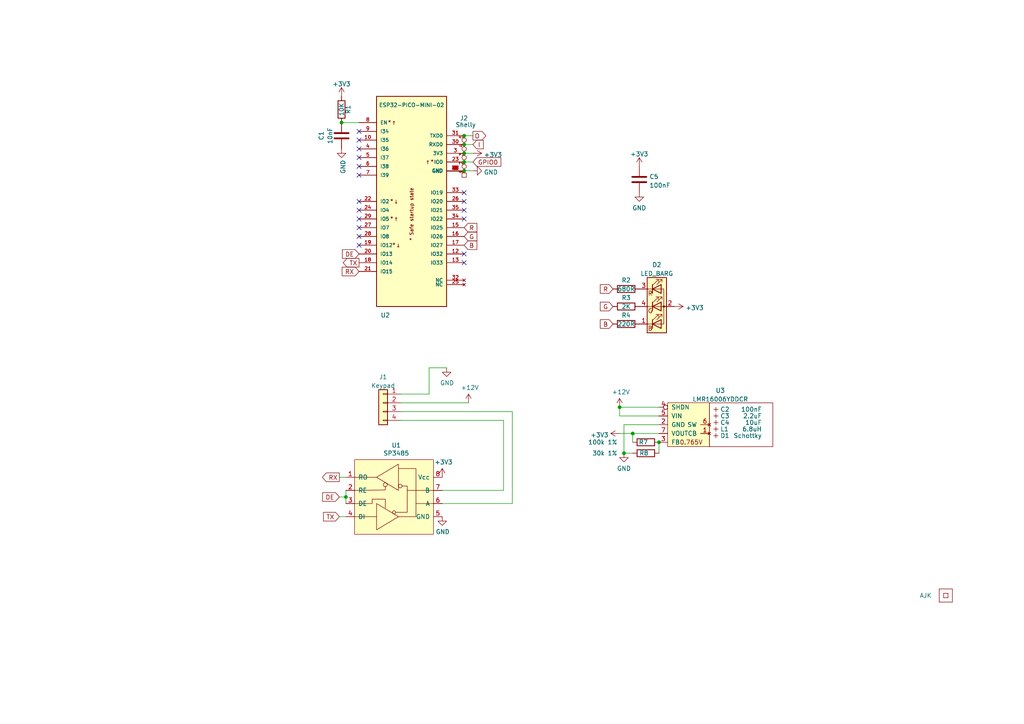
<source format=kicad_sch>
(kicad_sch (version 20230121) (generator eeschema)
  (paper "A4")
  (title_block (title "Galaxy Keypad controller") (date "${DATE}") (rev "5") (company "Adrian Kennard Andrews & Arnold Ltd") (comment 1 "@TheRealRevK") (comment 2 "www.me.uk"))
  (lib_symbols
    (symbol "Connector_Generic:Conn_01x04" (pin_names (offset 1.016) hide)
      (property "Reference" "J1" (at 0 7.5098 0))
      (property "Value" "Keypad" (at 0 4.9729 0))
      (symbol "Conn_01x04_1_1"
        (rectangle (start -1.27 -4.953) (end 0 -5.207) (stroke (width 0.1524)))
        (rectangle (start -1.27 -2.413) (end 0 -2.667) (stroke (width 0.1524)))
        (rectangle (start -1.27 0.127) (end 0 -0.127) (stroke (width 0.1524)))
        (rectangle (start -1.27 2.667) (end 0 2.413) (stroke (width 0.1524)))
        (rectangle (start -1.27 3.81) (end 1.27 -6.35) (stroke (width 0.254)) (fill (type background)))
        (pin power_out line (at -5.08 2.54 0) (length 3.81) (name "Pin_1") (number "1"))
        (pin power_out line (at -5.08 0 0) (length 3.81) (name "Pin_2") (number "2"))
        (pin passive line (at -5.08 -2.54 0) (length 3.81) (name "Pin_3") (number "3"))
        (pin passive line (at -5.08 -5.08 0) (length 3.81) (name "Pin_4") (number "4"))
      )
    )
    (symbol "Device:C" (pin_numbers hide) (pin_names (offset 0.254))
      (property "Reference" "C" (at 0.635 2.54 0))
      (property "Value" "C" (at 0.635 -2.54 0))
      (symbol "C_0_1"
        (polyline (pts (xy -2.032 -0.762) (xy 2.032 -0.762)) (stroke (width 0.508)))
        (polyline (pts (xy -2.032 0.762) (xy 2.032 0.762)) (stroke (width 0.508)))
      )
      (symbol "C_1_1"
        (pin passive line (at 0 3.81 270) (length 2.794) (name "~") (number "1"))
        (pin passive line (at 0 -3.81 90) (length 2.794) (name "~") (number "2"))
      )
    )
    (symbol "Device:LED_BARG" (pin_names (offset 0) hide)
      (property "Reference" "D" (at 0 9.398 0))
      (property "Value" "LED_BARG" (at 0 -8.89 0))
      (symbol "LED_BARG_0_0"
        (text "B" (at -1.905 -6.35 0) (effects (font (size 1.27 1.27))))
        (text "G" (at -1.905 -1.27 0) (effects (font (size 1.27 1.27))))
        (text "R" (at -1.905 3.81 0) (effects (font (size 1.27 1.27))))
      )
      (symbol "LED_BARG_0_1"
        (polyline (pts (xy -1.27 -5.08) (xy -2.54 -5.08)))
        (polyline (pts (xy -1.27 -5.08) (xy 1.27 -5.08)))
        (polyline (pts (xy -1.27 -3.81) (xy -1.27 -6.35)) (stroke (width 0.254)))
        (polyline (pts (xy -1.27 0) (xy -2.54 0)))
        (polyline (pts (xy -1.27 1.27) (xy -1.27 -1.27)) (stroke (width 0.254)))
        (polyline (pts (xy -1.27 5.08) (xy -2.54 5.08)))
        (polyline (pts (xy -1.27 5.08) (xy 1.27 5.08)))
        (polyline (pts (xy -1.27 6.35) (xy -1.27 3.81)) (stroke (width 0.254)))
        (polyline (pts (xy 1.27 0) (xy -1.27 0)))
        (polyline (pts (xy 1.27 0) (xy 2.54 0)))
        (polyline (pts (xy -1.27 1.27) (xy -1.27 -1.27) (xy -1.27 -1.27)))
        (polyline (pts (xy -1.27 6.35) (xy -1.27 3.81) (xy -1.27 3.81)))
        (polyline (pts (xy 1.27 -5.08) (xy 2.032 -5.08) (xy 2.032 5.08) (xy 1.27 5.08)))
        (polyline (pts (xy 1.27 -3.81) (xy 1.27 -6.35) (xy -1.27 -5.08) (xy 1.27 -3.81)) (stroke (width 0.254)))
        (polyline (pts (xy 1.27 1.27) (xy 1.27 -1.27) (xy -1.27 0) (xy 1.27 1.27)) (stroke (width 0.254)))
        (polyline (pts (xy 1.27 6.35) (xy 1.27 3.81) (xy -1.27 5.08) (xy 1.27 6.35)) (stroke (width 0.254)))
        (polyline (pts (xy -1.016 -3.81) (xy 0.508 -2.286) (xy -0.254 -2.286) (xy 0.508 -2.286) (xy 0.508 -3.048)))
        (polyline (pts (xy -1.016 1.27) (xy 0.508 2.794) (xy -0.254 2.794) (xy 0.508 2.794) (xy 0.508 2.032)))
        (polyline (pts (xy -1.016 6.35) (xy 0.508 7.874) (xy -0.254 7.874) (xy 0.508 7.874) (xy 0.508 7.112)))
        (polyline (pts (xy 0 -3.81) (xy 1.524 -2.286) (xy 0.762 -2.286) (xy 1.524 -2.286) (xy 1.524 -3.048)))
        (polyline (pts (xy 0 1.27) (xy 1.524 2.794) (xy 0.762 2.794) (xy 1.524 2.794) (xy 1.524 2.032)))
        (polyline (pts (xy 0 6.35) (xy 1.524 7.874) (xy 0.762 7.874) (xy 1.524 7.874) (xy 1.524 7.112)))
        (rectangle (start 1.27 -1.27) (end 1.27 1.27))
        (rectangle (start 1.27 1.27) (end 1.27 1.27))
        (rectangle (start 1.27 3.81) (end 1.27 6.35))
        (rectangle (start 1.27 6.35) (end 1.27 6.35))
        (circle (center 2.032 0) (radius 0.254) (fill (type outline)))
        (rectangle (start 2.794 8.382) (end -2.794 -7.62) (stroke (width 0.254)) (fill (type background)))
      )
      (symbol "LED_BARG_1_1"
        (pin passive line (at -5.08 -5.08 0) (length 2.54) (name "BK") (number "1"))
        (pin passive line (at 5.08 0 180) (length 2.54) (name "A") (number "2"))
        (pin passive line (at -5.08 5.08 0) (length 2.54) (name "RK") (number "3"))
        (pin passive line (at -5.08 0 0) (length 2.54) (name "GK") (number "4"))
      )
    )
    (symbol "Device:R" (pin_numbers hide) (pin_names (offset 0))
      (property "Reference" "R" (at 2.032 0 90))
      (property "Value" "R" (at 0 0 90))
      (symbol "R_0_1"
        (rectangle (start -1.016 -2.54) (end 1.016 2.54) (stroke (width 0.254)))
      )
      (symbol "R_1_1"
        (pin passive line (at 0 3.81 270) (length 1.27) (name "~") (number "1"))
        (pin passive line (at 0 -3.81 90) (length 1.27) (name "~") (number "2"))
      )
    )
    (symbol "GND_5" (power) (pin_names (offset 0))
      (property "Value" "GND_5" (at 0 -3.81 0))
      (symbol "GND_5_0_1"
        (polyline (pts (xy 0 0) (xy 0 -1.27) (xy 1.27 -1.27) (xy 0 -2.54) (xy -1.27 -1.27) (xy 0 -1.27)))
      )
      (symbol "GND_5_1_1"
        (pin power_in line (at 0 0 270) (length 0) hide (name "GND") (number "1"))
      )
    )
    (symbol "RevK:AJK" (pin_names (offset 1.016)) (in_bom no)
      (property "Value" "AJK" (at 0 0 0))
    )
    (symbol "RevK:ESP32-PICO-MINI-02" (pin_names (offset 1.016))
      (property "Reference" "U" (at -10.16 -33.02 0))
      (property "Value" "ESP32-PICO-MINI-02" (at 0 27.94 0))
      (symbol "ESP32-PICO-MINI-02_0_0"
        (rectangle (start -10.16 -30.48) (end 10.16 30.48) (stroke (width 0.254)) (fill (type background)))
        (text "* Safe startup state" (at 0 -11.43 900) (effects (font (size 1 1)) (justify left)))
        (text "*↑" (at -6.985 22.86 0) (effects (font (size 1.27 1.27)) (justify left)))
        (text "*↑" (at -6.35 -5.08 0) (effects (font (size 1.27 1.27)) (justify left)))
        (text "*↓" (at -6.35 0 0) (effects (font (size 1.27 1.27)) (justify left)))
        (text "*↓" (at -5.715 -12.7 0) (effects (font (size 1.27 1.27)) (justify left)))
        (text "↑*" (at 3.81 11.43 0) (effects (font (size 1.27 1.27)) (justify left)))
        (pin power_in line (at 15.24 8.89 180) (length 5.08) (name "GND") (number "1"))
        (pin input line (at -15.24 17.78 0) (length 5.08) (name "I35") (number "10"))
        (pin power_in line (at 15.24 8.89 180) (length 5.08) (name "GND") (number "11"))
        (pin bidirectional line (at 15.24 -15.24 180) (length 5.08) (name "IO32") (number "12"))
        (pin bidirectional line (at 15.24 -17.78 180) (length 5.08) (name "IO33") (number "13"))
        (pin power_in line (at 15.24 8.89 180) (length 5.08) (name "GND") (number "14"))
        (pin bidirectional line (at 15.24 -7.62 180) (length 5.08) (name "IO25") (number "15"))
        (pin bidirectional line (at 15.24 -10.16 180) (length 5.08) (name "IO26") (number "16"))
        (pin bidirectional line (at 15.24 -12.7 180) (length 5.08) (name "IO27") (number "17"))
        (pin bidirectional line (at -15.24 -17.78 0) (length 5.08) (name "IO14") (number "18"))
        (pin bidirectional line (at -15.24 -12.7 0) (length 5.08) (name "IO12") (number "19"))
        (pin power_in line (at 15.24 8.89 180) (length 5.08) (name "GND") (number "2"))
        (pin bidirectional line (at -15.24 -15.24 0) (length 5.08) (name "IO13") (number "20"))
        (pin bidirectional line (at -15.24 -20.32 0) (length 5.08) (name "IO15") (number "21"))
        (pin bidirectional line (at -15.24 0 0) (length 5.08) (name "IO2") (number "22"))
        (pin bidirectional line (at 15.24 11.43 180) (length 5.08) (name "IO0") (number "23"))
        (pin bidirectional line (at -15.24 -2.54 0) (length 5.08) (name "IO4") (number "24"))
        (pin no_connect line (at 15.24 -24.13 180) (length 5.08) (name "NC") (number "25"))
        (pin bidirectional line (at 15.24 0 180) (length 5.08) (name "IO20") (number "26"))
        (pin bidirectional line (at -15.24 -7.62 0) (length 5.08) (name "IO7") (number "27"))
        (pin bidirectional line (at -15.24 -10.16 0) (length 5.08) (name "IO8") (number "28"))
        (pin bidirectional line (at -15.24 -5.08 0) (length 5.08) (name "IO5") (number "29"))
        (pin power_in line (at 15.24 13.97 180) (length 5.08) (name "3V3") (number "3"))
        (pin bidirectional line (at 15.24 16.51 180) (length 5.08) (name "RXD0") (number "30"))
        (pin bidirectional line (at 15.24 19.05 180) (length 5.08) (name "TXD0") (number "31"))
        (pin no_connect line (at 15.24 -22.86 180) (length 5.08) (name "NC") (number "32"))
        (pin bidirectional line (at 15.24 2.54 180) (length 5.08) (name "IO19") (number "33"))
        (pin bidirectional line (at 15.24 -5.08 180) (length 5.08) (name "IO22") (number "34"))
        (pin bidirectional line (at 15.24 -2.54 180) (length 5.08) (name "IO21") (number "35"))
        (pin power_in line (at 15.24 8.89 180) (length 5.08) (name "GND") (number "36"))
        (pin power_in line (at 15.24 8.89 180) (length 5.08) (name "GND") (number "37"))
        (pin power_in line (at 15.24 8.89 180) (length 5.08) (name "GND") (number "38"))
        (pin power_in line (at 15.24 8.89 180) (length 5.08) (name "GND") (number "39"))
        (pin input line (at -15.24 15.24 0) (length 5.08) (name "I36") (number "4"))
        (pin power_in line (at 15.24 8.89 180) (length 5.08) (name "GND") (number "40"))
        (pin power_in line (at 15.24 8.89 180) (length 5.08) (name "GND") (number "41"))
        (pin power_in line (at 15.24 8.89 180) (length 5.08) (name "GND") (number "42"))
        (pin power_in line (at 15.24 8.89 180) (length 5.08) (name "GND") (number "43"))
        (pin power_in line (at 15.24 8.89 180) (length 5.08) (name "GND") (number "44"))
        (pin power_in line (at 15.24 8.89 180) (length 5.08) (name "GND") (number "45"))
        (pin power_in line (at 15.24 8.89 180) (length 5.08) (name "GND") (number "46"))
        (pin power_in line (at 15.24 8.89 180) (length 5.08) (name "GND") (number "47"))
        (pin power_in line (at 15.24 8.89 180) (length 5.08) (name "GND") (number "48"))
        (pin power_in line (at 15.24 8.89 180) (length 5.08) (name "GND") (number "49"))
        (pin input line (at -15.24 12.7 0) (length 5.08) (name "I37") (number "5"))
        (pin power_in line (at 15.24 8.89 180) (length 5.08) (name "GND") (number "50"))
        (pin power_in line (at 15.24 8.89 180) (length 5.08) (name "GND") (number "51"))
        (pin power_in line (at 15.24 8.89 180) (length 5.08) (name "GND") (number "52"))
        (pin power_in line (at 15.24 8.89 180) (length 5.08) (name "GND") (number "53"))
        (pin input line (at -15.24 10.16 0) (length 5.08) (name "I38") (number "6"))
        (pin input line (at -15.24 7.62 0) (length 5.08) (name "I39") (number "7"))
        (pin input line (at -15.24 22.86 0) (length 5.08) (name "EN") (number "8"))
        (pin input line (at -15.24 20.32 0) (length 5.08) (name "I34") (number "9"))
      )
    )
    (symbol "RevK:Hidden" (pin_names (offset 1.016))
      (property "Reference" "Z" (at 0.635 0 0))
      (property "Value" "Hidden" (at 4.445 0 0))
      (symbol "Hidden_0_1"
        (polyline (pts (xy -0.635 0) (xy 0.635 0)) (stroke (width 0.1524)))
        (polyline (pts (xy 0 0.635) (xy 0 -0.635)) (stroke (width 0.1524)))
      )
      (symbol "Hidden_1_1"
        (pin no_connect non_logic (at 0 -2.54 90) (length 2.54) hide (name "~") (number "~"))
      )
    )
    (symbol "RevK:LMR16006XDDCR" (pin_names (offset 1.016))
      (property "Reference" "U" (at 11.43 2.54 0))
      (property "Value" "LMR16006XDDCR" (at 7.62 -12.7 0))
      (symbol "LMR16006XDDCR_0_0"
        (rectangle (start 2.54 1.27) (end 14.605 -11.43) (fill (type background)))
        (text "0.765V" (at 12.7 -10.16 0) (effects (font (size 1.27 1.27)) (justify right)))
      )
      (symbol "LMR16006XDDCR_0_1"
        (rectangle (start 14.605 1.27) (end 33.02 -11.43))
      )
      (symbol "LMR16006XDDCR_1_1"
        (pin no_connect line (at 14.605 -7.62 180) (length 2.54) (name "CB") (number "1"))
        (pin power_in line (at 0 -5.08 0) (length 2.54) (name "GND") (number "2"))
        (pin passive line (at 0 -10.16 0) (length 2.54) (name "FB") (number "3"))
        (pin input inverted (at 0 0 0) (length 2.54) (name "SHDN") (number "4"))
        (pin power_in line (at 0 -2.54 0) (length 2.54) (name "VIN") (number "5"))
        (pin no_connect line (at 14.605 -5.08 180) (length 2.54) (name "SW") (number "6"))
        (pin power_out line (at 0 -7.62 0) (length 2.54) (name "VOUT") (number "7"))
      )
    )
    (symbol "RevK:QR" (pin_names (offset 1.016)) (in_bom no)
      (symbol "QR_0_1"
        (rectangle (start -1.905 -1.905) (end -1.905 1.905))
        (rectangle (start -1.905 1.905) (end 1.905 1.905))
        (rectangle (start -0.635 -0.635) (end -0.635 0.635))
        (rectangle (start -0.635 0.635) (end 0.635 0.635))
        (rectangle (start 0.635 -0.635) (end -0.635 -0.635))
        (rectangle (start 0.635 0.635) (end 0.635 -0.635))
        (rectangle (start 1.905 -1.905) (end -1.905 -1.905))
        (rectangle (start 1.905 1.905) (end 1.905 -1.905))
      )
    )
    (symbol "RevK:SP3458" (pin_names (offset 1.016))
      (property "Reference" "U" (at 0 -3.81 0))
      (property "Value" "SP3458" (at 7.62 -1.27 0))
      (symbol "SP3458_0_1"
        (rectangle (start -11.43 19.05) (end 11.43 -2.54) (fill (type background)))
        (circle (center -2.54 11.811) (radius 0.5588))
        (polyline (pts (xy -11.43 2.54) (xy -5.08 2.54)))
        (polyline (pts (xy -11.43 13.97) (xy -5.08 13.97)))
        (polyline (pts (xy 3.81 10.16) (xy 11.43 10.16)))
        (polyline (pts (xy 6.35 6.35) (xy 11.43 6.35)))
        (polyline (pts (xy -11.43 10.16) (xy -2.54 10.287) (xy -2.54 11.303)))
        (polyline (pts (xy -5.08 6.35) (xy 1.27 2.54) (xy -5.08 -1.27) (xy -5.08 6.35)))
        (polyline (pts (xy -5.08 13.97) (xy 1.27 17.78) (xy 1.27 10.16) (xy -5.08 13.97)))
        (polyline (pts (xy 0.508 3.81) (xy 3.81 3.81) (xy 3.81 11.43) (xy 2.286 11.43)))
        (polyline (pts (xy 1.27 16.51) (xy 6.35 16.51) (xy 6.35 2.54) (xy 1.27 2.54)))
        (polyline (pts (xy -11.43 6.35) (xy -6.35 6.35) (xy -6.35 7.62) (xy -2.54 7.62) (xy -2.54 5.08)))
        (circle (center 0 3.81) (radius 0.4572))
        (circle (center 1.778 11.43) (radius 0.5334))
      )
      (symbol "SP3458_1_1"
        (pin output line (at -13.97 13.97 0) (length 2.54) (name "RO") (number "1"))
        (pin input line (at -13.97 10.16 0) (length 2.54) (name "RE") (number "2"))
        (pin input line (at -13.97 6.35 0) (length 2.54) (name "DE") (number "3"))
        (pin input line (at -13.97 2.54 0) (length 2.54) (name "DI") (number "4"))
        (pin power_in line (at 13.97 2.54 180) (length 2.54) (name "GND") (number "5"))
        (pin bidirectional line (at 13.97 6.35 180) (length 2.54) (name "A") (number "6"))
        (pin bidirectional line (at 13.97 10.16 180) (length 2.54) (name "B") (number "7"))
        (pin power_in line (at 13.97 13.97 180) (length 2.54) (name "Vcc") (number "8"))
      )
    )
    (symbol "RevK:Shelly" (in_bom no)
      (property "Reference" "J" (at 2.54 -8.255 0))
      (property "Value" "Shelly" (at 2.54 9.525 0))
      (symbol "Shelly_0_1"
        (rectangle (start -0.635 6.985) (end 0.635 5.715) (stroke (width 0.1524)))
        (circle (center 0 -3.81) (radius 0.635) (stroke (width 0.1524)))
        (circle (center 0 -1.27) (radius 0.635) (stroke (width 0.1524)))
        (circle (center 0 1.27) (radius 0.635) (stroke (width 0.1524)))
        (circle (center 0 3.81) (radius 0.635) (stroke (width 0.1524)))
      )
      (symbol "Shelly_1_1"
        (pin passive line (at 0 5.08 90) (length 0.64) (name "GND") (number "1"))
        (pin passive line (at 0 2.54 90) (length 0.64) (name "0") (number "2"))
        (pin passive line (at 0 0 90) (length 0.64) (name "3V3") (number "3"))
        (pin passive line (at 0 -2.54 90) (length 0.64) (name "Rx") (number "4"))
        (pin passive line (at 0 -5.08 90) (length 0.64) (name "Tx") (number "5"))
      )
    )
    (symbol "power:+12V" (power) (pin_names (offset 0))
      (property "Value" "+12V" (at 0 3.556 0))
      (symbol "+12V_0_1"
        (polyline (pts (xy -0.762 1.27) (xy 0 2.54)))
        (polyline (pts (xy 0 0) (xy 0 2.54)))
        (polyline (pts (xy 0 2.54) (xy 0.762 1.27)))
      )
      (symbol "+12V_1_1"
        (pin power_in line (at 0 0 90) (length 0) hide (name "+12V") (number "1"))
      )
    )
    (symbol "power:+3.3V" (power) (pin_names (offset 0))
      (property "Value" "+3.3V" (at 0 3.556 0))
      (symbol "+3.3V_0_1"
        (polyline (pts (xy -0.762 1.27) (xy 0 2.54)))
        (polyline (pts (xy 0 0) (xy 0 2.54)))
        (polyline (pts (xy 0 2.54) (xy 0.762 1.27)))
      )
      (symbol "+3.3V_1_1"
        (pin power_in line (at 0 0 90) (length 0) hide (name "+3V3") (number "1"))
      )
    )
    (symbol "power:GND" (power) (pin_names (offset 0))
      (property "Value" "GND" (at 0 -3.81 0))
      (symbol "GND_0_1"
        (polyline (pts (xy 0 0) (xy 0 -1.27) (xy 1.27 -1.27) (xy 0 -2.54) (xy -1.27 -1.27) (xy 0 -1.27)))
      )
      (symbol "GND_1_1"
        (pin power_in line (at 0 0 270) (length 0) hide (name "GND") (number "1"))
      )
    )
  )
  (junction (at 100.33 144.145))
  (junction (at 179.705 118.11))
  (junction (at 134.62 41.91))
  (junction (at 134.62 39.37))
  (junction (at 183.515 125.73))
  (junction (at 134.62 44.45))
  (junction (at 191.135 128.27))
  (junction (at 134.62 49.53))
  (junction (at 134.62 46.99))
  (junction (at 99.06 35.56))
  (junction (at 180.975 131.445))
  (no_connect (at 134.62 76.2))
  (no_connect (at 134.62 73.66))
  (no_connect (at 104.14 38.1))
  (no_connect (at 104.14 71.12))
  (no_connect (at 104.14 50.8))
  (no_connect (at 104.14 58.42))
  (no_connect (at 104.14 60.96))
  (no_connect (at 104.14 63.5))
  (no_connect (at 104.14 66.04))
  (no_connect (at 104.14 68.58))
  (no_connect (at 134.62 60.96))
  (no_connect (at 134.62 63.5))
  (no_connect (at 104.14 48.26))
  (no_connect (at 104.14 40.64))
  (no_connect (at 104.14 43.18))
  (no_connect (at 104.14 45.72))
  (no_connect (at 134.62 58.42))
  (no_connect (at 134.62 55.88))
  (wire (pts (xy 146.05 121.92) (xy 146.05 142.24)))
  (wire (pts (xy 116.205 114.3) (xy 124.46 114.3)))
  (wire (pts (xy 179.705 120.65) (xy 191.135 120.65)))
  (wire (pts (xy 134.62 39.37) (xy 137.16 39.37)))
  (wire (pts (xy 134.62 41.91) (xy 137.16 41.91)))
  (wire (pts (xy 183.515 128.27) (xy 183.515 125.73)))
  (wire (pts (xy 179.705 118.11) (xy 191.135 118.11)))
  (wire (pts (xy 100.33 149.86) (xy 98.425 149.86)))
  (wire (pts (xy 180.975 123.19) (xy 191.135 123.19)))
  (wire (pts (xy 148.59 119.38) (xy 148.59 146.05)))
  (wire (pts (xy 99.06 35.56) (xy 104.14 35.56)))
  (wire (pts (xy 116.205 119.38) (xy 148.59 119.38)))
  (wire (pts (xy 98.425 144.145) (xy 100.33 144.145)))
  (wire (pts (xy 100.33 144.145) (xy 100.33 146.05)))
  (wire (pts (xy 179.705 118.11) (xy 179.705 120.65)))
  (wire (pts (xy 134.62 46.99) (xy 137.16 46.99)))
  (wire (pts (xy 100.33 138.43) (xy 98.425 138.43)))
  (wire (pts (xy 134.62 44.45) (xy 137.16 44.45)))
  (wire (pts (xy 116.205 116.84) (xy 135.89 116.84)))
  (wire (pts (xy 116.205 121.92) (xy 146.05 121.92)))
  (wire (pts (xy 179.705 125.73) (xy 183.515 125.73)))
  (wire (pts (xy 191.135 128.27) (xy 191.135 131.445)))
  (wire (pts (xy 128.27 142.24) (xy 146.05 142.24)))
  (wire (pts (xy 183.515 125.73) (xy 191.135 125.73)))
  (wire (pts (xy 124.46 114.3) (xy 124.46 106.68)))
  (wire (pts (xy 128.27 146.05) (xy 148.59 146.05)))
  (wire (pts (xy 180.975 131.445) (xy 180.975 123.19)))
  (wire (pts (xy 134.62 49.53) (xy 137.16 49.53)))
  (wire (pts (xy 183.515 131.445) (xy 180.975 131.445)))
  (wire (pts (xy 124.46 106.68) (xy 129.54 106.68)))
  (wire (pts (xy 100.33 142.24) (xy 100.33 144.145)))
  (global_label "I" (shape input) (at 137.16 41.91 0) (property "Intersheetrefs" "${INTERSHEET_REFS}" (effects hide)))
  (global_label "GPIO0" (shape input) (at 137.16 46.99 0) (property "Intersheetrefs" "${INTERSHEET_REFS}" (effects hide)))
  (global_label "RX" (shape output) (at 98.425 138.43 180) (property "Intersheetrefs" "${INTERSHEET_REFS}" (effects hide)))
  (global_label "R" (shape input) (at 177.8 83.82 180) (property "Intersheetrefs" "${INTERSHEET_REFS}" (effects hide)))
  (global_label "R" (shape input) (at 134.62 66.04 0) (property "Intersheetrefs" "${INTERSHEET_REFS}" (effects hide)))
  (global_label "DE" (shape input) (at 98.425 144.145 180) (property "Intersheetrefs" "${INTERSHEET_REFS}" (effects hide)))
  (global_label "B" (shape input) (at 177.8 93.98 180) (property "Intersheetrefs" "${INTERSHEET_REFS}" (effects hide)))
  (global_label "DE" (shape input) (at 104.14 73.66 180) (property "Intersheetrefs" "${INTERSHEET_REFS}" (effects hide)))
  (global_label "O" (shape output) (at 137.16 39.37 0) (property "Intersheetrefs" "${INTERSHEET_REFS}" (effects hide)))
  (global_label "TX" (shape output) (at 104.14 76.2 180) (property "Intersheetrefs" "${INTERSHEET_REFS}" (effects hide)))
  (global_label "G" (shape input) (at 177.8 88.9 180) (property "Intersheetrefs" "${INTERSHEET_REFS}" (effects hide)))
  (global_label "G" (shape input) (at 134.62 68.58 0) (property "Intersheetrefs" "${INTERSHEET_REFS}" (effects hide)))
  (global_label "RX" (shape input) (at 104.14 78.74 180) (property "Intersheetrefs" "${INTERSHEET_REFS}" (effects hide)))
  (global_label "B" (shape input) (at 134.62 71.12 0) (property "Intersheetrefs" "${INTERSHEET_REFS}" (effects hide)))
  (global_label "TX" (shape input) (at 98.425 149.86 180) (property "Intersheetrefs" "${INTERSHEET_REFS}" (effects hide)))
  (symbol (lib_id "RevK:SP3458") (at 114.3 152.4 0) (unit 1)
    (property "Reference" "U1" (at 114.935 129.159 0))
    (property "Value" "SP3485" (at 114.935 131.4704 0))
    (property "Footprint" "Package_SO:SO-8_3.9x4.9mm_P1.27mm" (effects hide))
  )
  (symbol (lib_id "power:GND") (at 129.54 106.68 0) (unit 1)
    (property "Reference" "#PWR03" (effects hide))
    (property "Value" "GND" (at 129.667 111.0742 0))
  )
  (symbol (lib_id "power:+3.3V") (at 128.27 138.43 0) (unit 1)
    (property "Reference" "#PWR01" (effects hide))
    (property "Value" "+3.3V" (at 128.651 134.0358 0))
  )
  (symbol (lib_id "power:GND") (at 128.27 149.86 0) (unit 1)
    (property "Reference" "#PWR02" (effects hide))
    (property "Value" "GND" (at 128.397 154.2542 0))
  )
  (symbol (lib_id "power:+3.3V") (at 195.58 88.9 270) (unit 1)
    (property "Reference" "#PWR015" (effects hide))
    (property "Value" "+3.3V" (at 198.8312 89.281 90) (effects (justify left)))
  )
  (symbol (lib_id "power:+12V") (at 135.89 116.84 0) (unit 1)
    (property "Reference" "#PWR04" (effects hide))
    (property "Value" "+12V" (at 136.271 112.4458 0))
  )
  (symbol (lib_id "Device:R") (at 181.61 88.9 270) (unit 1)
    (property "Reference" "R3" (at 181.61 86.36 90))
    (property "Value" "2K" (at 181.61 88.9 90))
    (property "Footprint" "RevK:R_0603" (effects hide))
  )
  (symbol (lib_id "Device:R") (at 181.61 83.82 270) (unit 1)
    (property "Reference" "R2" (at 181.61 81.28 90))
    (property "Value" "680R" (at 181.61 83.82 90))
    (property "Footprint" "RevK:R_0603" (effects hide))
  )
  (symbol (lib_id "Device:R") (at 181.61 93.98 270) (unit 1)
    (property "Reference" "R4" (at 181.61 91.44 90))
    (property "Value" "220R" (at 181.61 93.98 90))
    (property "Footprint" "RevK:R_0603" (effects hide))
  )
  (symbol (lib_id "RevK:Hidden") (at 207.645 124.46 0) (unit 1)
    (property "Reference" "L1" (at 208.915 124.46 0) (effects (justify left)))
    (property "Value" "6.8uH" (at 220.98 124.46 0) (effects (justify right)))
    (property "Footprint" "RevK:L_4x4_" (effects hide))
    (property "LCSC Part #" "C354575" (effects hide))
  )
  (symbol (lib_id "RevK:Hidden") (at 207.645 120.65 0) (unit 1)
    (property "Reference" "C3" (at 208.915 120.65 0) (effects (justify left)))
    (property "Value" "2.2uF" (at 220.98 120.65 0) (effects (justify right)))
    (property "Footprint" "RevK:C_0805_" (effects hide))
    (property "LCSC Part #" "C19110" (effects hide))
  )
  (symbol (lib_id "Device:C") (at 185.42 52.07 0) (unit 1)
    (property "Reference" "C5" (at 188.341 51.2353 0) (effects (justify left)))
    (property "Value" "100nF" (at 188.341 53.7722 0) (effects (justify left)))
    (property "Footprint" "RevK:C_0603" (effects hide))
  )
  (symbol (lib_id "power:GND") (at 185.42 55.88 0) (unit 1)
    (property "Reference" "#PWR017" (effects hide))
    (property "Value" "GND" (at 185.42 60.3234 0))
  )
  (symbol (lib_id "RevK:QR") (at 274.32 172.72 0) (unit 1) (in_bom no)
    (property "Reference" "U4" (effects hide))
    (property "Value" "QR" (effects hide))
    (property "Footprint" "RevK:QR-SS" (effects hide))
    (property "Note" "Non part, PCB printed" (effects hide))
  )
  (symbol (lib_id "Device:C") (at 99.06 39.37 180) (unit 1)
    (property "Reference" "C1" (at 93.2012 39.37 90))
    (property "Value" "10nF" (at 95.7381 39.37 90))
    (property "Footprint" "RevK:C_0603" (effects hide))
  )
  (symbol (lib_id "Device:LED_BARG") (at 190.5 88.9 0) (unit 1)
    (property "Reference" "D2" (at 190.5 76.8182 0))
    (property "Value" "LED_BARG" (at 190.5 79.3551 0))
    (property "Footprint" "RevK:MHS190RGBCT" (effects hide))
    (property "LCSC Part #" "C409798" (effects hide))
    (property "JLCPCB Rotation Offset" "180" (effects hide))
  )
  (symbol (lib_id "power:+3.3V") (at 179.705 125.73 90) (unit 1)
    (property "Reference" "#PWR07" (effects hide))
    (property "Value" "+3.3V" (at 176.53 126.1638 90) (effects (justify left)))
  )
  (symbol (lib_id "power:+3.3V") (at 99.06 27.94 0) (unit 1)
    (property "Reference" "#PWR05" (effects hide))
    (property "Value" "+3.3V" (at 99.06 24.3642 0))
  )
  (symbol (lib_id "Device:R") (at 187.325 131.445 90) (unit 1)
    (property "Reference" "R8" (at 185.42 131.445 90) (effects (justify right)))
    (property "Value" "30k 1%" (at 179.07 131.445 90) (effects (justify left)))
    (property "Footprint" "RevK:R_0603" (effects hide))
    (property "LCSC Part #" "C100001" (effects hide))
  )
  (symbol (lib_id "RevK:ESP32-PICO-MINI-02") (at 119.38 58.42 0) (unit 1)
    (property "Reference" "U2" (at 111.76 91.44 0))
    (property "Value" "ESP32-PICO-MINI-02" (at 119.38 30.48 0) (effects (font (size 1.1 1.1))))
    (property "Footprint" "RevK:ESP32-PICO-MINI-02" (effects hide))
    (property "MANUFACTURER" "Espressif" (effects hide))
    (property "MAXIMUM_PACKAGE_HEIGHT" "2.55mm" (effects hide))
    (property "PARTREV" "v1.0" (effects hide))
    (property "STANDARD" "Manufacturer Recommendations" (effects hide))
  )
  (symbol (lib_id "RevK:Hidden") (at 207.645 118.745 0) (unit 1)
    (property "Reference" "C2" (at 208.915 118.745 0) (effects (justify left)))
    (property "Value" "100nF" (at 220.98 118.745 0) (effects (justify right)))
    (property "Footprint" "RevK:C_0603_" (effects hide))
    (property "Note" "X7R or X5R 0603" (effects hide))
    (property "LCSC Part #" "C30926" (effects hide))
  )
  (symbol (lib_id "power:+3.3V") (at 137.16 44.45 270) (unit 1)
    (property "Reference" "#PWR09" (effects hide))
    (property "Value" "+3.3V" (at 140.335 44.8838 90) (effects (justify left)))
  )
  (symbol (lib_id "power:+3.3V") (at 185.42 48.26 0) (unit 1)
    (property "Reference" "#PWR016" (effects hide))
    (property "Value" "+3.3V" (at 185.42 44.6842 0))
  )
  (symbol (lib_id "power:GND") (at 99.06 43.18 0) (unit 1)
    (property "Reference" "#PWR06" (effects hide))
    (property "Value" "GND" (at 99.4938 46.3549 90) (effects (justify right)))
  )
  (symbol (lib_id "RevK:LMR16006XDDCR") (at 191.135 118.11 0) (unit 1)
    (property "Reference" "U3" (at 208.915 113.2672 0))
    (property "Value" "LMR16006YDDCR" (at 208.915 115.8041 0))
    (property "Footprint" "RevK:SOT-23-Thin-6-Reg" (effects hide))
    (property "Manufacturer" "TI" (effects hide))
    (property "Part No" "LMR16006YDDCR" (effects hide))
    (property "LCSC Part #" "C290195" (effects hide))
    (property "JLCPCB Rotation Offset" "0" (effects hide))
  )
  (symbol (lib_id "RevK:Hidden") (at 207.645 126.365 0) (unit 1)
    (property "Reference" "D1" (at 208.915 126.365 0) (effects (justify left)))
    (property "Value" "Schottky" (at 220.98 126.365 0) (effects (justify right)))
    (property "Footprint" "RevK:D_1206_" (effects hide))
    (property "Datasheet" "https://www.mouser.co.uk/datasheet/2/54/CD1206-B220_B2100-777245.pdf" (effects hide))
    (property "Manufacturer" "Bourns" (effects hide))
    (property "LCSC Part #" "C143805" (effects hide))
    (property "JLCPCB Rotation Offset" "180" (effects hide))
  )
  (symbol (lib_id "RevK:Hidden") (at 207.645 122.555 0) (unit 1)
    (property "Reference" "C4" (at 208.915 122.555 0) (effects (justify left)))
    (property "Value" "10uF" (at 220.98 122.555 0) (effects (justify right)))
    (property "Footprint" "RevK:C_0805_" (effects hide))
    (property "LCSC Part #" "C17024" (effects hide))
  )
  (symbol (lib_id "power:+12V") (at 179.705 118.11 0) (unit 1)
    (property "Reference" "#PWR013" (effects hide))
    (property "Value" "+12V" (at 180.086 113.7158 0))
  )
  (symbol (lib_id "Device:R") (at 187.325 128.27 90) (unit 1)
    (property "Reference" "R7" (at 187.96 128.27 90) (effects (justify left)))
    (property "Value" "100k 1%" (at 179.07 128.27 90) (effects (justify left)))
    (property "Footprint" "RevK:R_0603" (effects hide))
    (property "LCSC Part #" "C14675" (effects hide))
  )
  (symbol (lib_id "RevK:AJK") (at 269.24 172.72 0) (unit 1) (in_bom no)
    (property "Reference" "Logo1" (effects hide))
    (property "Value" "AJK" (at 266.7 172.72 0) (effects (justify left)))
    (property "Footprint" "RevK:AJK" (effects hide))
    (property "Note" "Non part, PCB printed" (effects hide))
  )
  (symbol (lib_id "Device:R") (at 99.06 31.75 0) (unit 1)
    (property "Reference" "R1" (at 100.965 31.75 90))
    (property "Value" "10K" (at 99.06 31.75 90))
    (property "Footprint" "RevK:R_0603" (effects hide))
  )
  (symbol (lib_id "Connector_Generic:Conn_01x04") (at 111.125 116.84 0) (mirror y) (unit 1)
    (property "Reference" "J1" (at 111.125 109.3302 0))
    (property "Value" "Keypad" (at 111.125 111.8671 0))
    (property "Footprint" "RevK:Molex_MiniSPOX_H4V" (effects hide))
  )
  (symbol (lib_id "power:GND") (at 137.16 49.53 90) (unit 1)
    (property "Reference" "#PWR010" (effects hide))
    (property "Value" "GND" (at 140.335 49.9638 90) (effects (justify right)))
  )
  (symbol (lib_id "RevK:Shelly") (at 134.62 44.45 180) (unit 1) (in_bom no)
    (property "Reference" "J2" (at 133.35 34.29 0) (effects (justify right)))
    (property "Value" "Shelly" (at 132.08 36.195 0) (effects (justify right)))
    (property "Footprint" "RevK:Shelly" (effects hide))
  )
  (symbol (lib_name "GND_5") (lib_id "power:GND") (at 180.975 131.445 0) (unit 1)
    (property "Reference" "#PWR08" (effects hide))
    (property "Value" "GND" (at 180.975 135.8884 0))
  )
)
</source>
